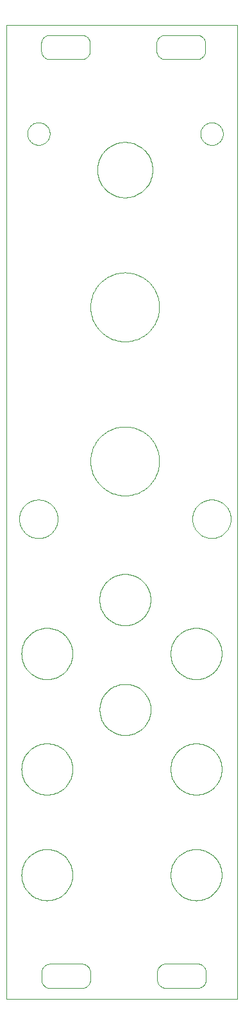
<source format=gbr>
%TF.GenerationSoftware,KiCad,Pcbnew,8.0.5*%
%TF.CreationDate,2025-05-30T00:10:04-07:00*%
%TF.ProjectId,JawariLegio_FrontPanel,4a617761-7269-44c6-9567-696f5f46726f,rev?*%
%TF.SameCoordinates,Original*%
%TF.FileFunction,Profile,NP*%
%FSLAX46Y46*%
G04 Gerber Fmt 4.6, Leading zero omitted, Abs format (unit mm)*
G04 Created by KiCad (PCBNEW 8.0.5) date 2025-05-30 00:10:04*
%MOMM*%
%LPD*%
G01*
G04 APERTURE LIST*
%TA.AperFunction,Profile*%
%ADD10C,0.100000*%
%TD*%
G04 APERTURE END LIST*
D10*
X45313271Y-143823280D02*
X45370421Y-143827626D01*
X45426741Y-143834782D01*
X45482159Y-143844679D01*
X45536605Y-143857245D01*
X45590007Y-143872410D01*
X45642296Y-143890103D01*
X45693401Y-143910252D01*
X45743250Y-143932789D01*
X45791774Y-143957641D01*
X45838900Y-143984739D01*
X45884560Y-144014010D01*
X45928681Y-144045386D01*
X45971194Y-144078794D01*
X46012027Y-144114165D01*
X46051111Y-144151427D01*
X46088373Y-144190510D01*
X46123744Y-144231344D01*
X46157152Y-144273856D01*
X46188527Y-144317978D01*
X46217799Y-144363637D01*
X46244897Y-144410764D01*
X46269749Y-144459287D01*
X46292285Y-144509136D01*
X46312435Y-144560240D01*
X46330128Y-144612529D01*
X46345293Y-144665931D01*
X46357859Y-144720377D01*
X46367755Y-144775794D01*
X46374912Y-144832114D01*
X46379258Y-144889264D01*
X46380722Y-144947174D01*
X46380722Y-145899666D01*
X46379258Y-145957577D01*
X46374912Y-146014728D01*
X46367755Y-146071048D01*
X46357859Y-146126466D01*
X46345293Y-146180912D01*
X46330128Y-146234315D01*
X46312435Y-146286604D01*
X46292285Y-146337708D01*
X46269749Y-146387558D01*
X46244897Y-146436081D01*
X46217799Y-146483208D01*
X46188527Y-146528868D01*
X46157152Y-146572990D01*
X46123744Y-146615503D01*
X46088373Y-146656336D01*
X46051111Y-146695419D01*
X46012027Y-146732682D01*
X45971194Y-146768053D01*
X45928681Y-146801461D01*
X45884560Y-146832837D01*
X45838900Y-146862109D01*
X45791774Y-146889206D01*
X45743250Y-146914058D01*
X45693401Y-146936595D01*
X45642296Y-146956745D01*
X45590007Y-146974438D01*
X45536605Y-146989602D01*
X45482159Y-147002169D01*
X45426741Y-147012065D01*
X45370421Y-147019222D01*
X45313271Y-147023568D01*
X45255360Y-147025032D01*
X41067888Y-147025032D01*
X41009977Y-147023568D01*
X40952827Y-147019222D01*
X40896507Y-147012065D01*
X40841089Y-147002169D01*
X40786643Y-146989602D01*
X40733241Y-146974438D01*
X40680952Y-146956745D01*
X40629847Y-146936595D01*
X40579998Y-146914058D01*
X40531475Y-146889206D01*
X40484348Y-146862109D01*
X40438689Y-146832837D01*
X40394567Y-146801461D01*
X40352055Y-146768053D01*
X40311221Y-146732682D01*
X40272138Y-146695419D01*
X40234876Y-146656336D01*
X40199506Y-146615503D01*
X40166097Y-146572990D01*
X40134722Y-146528868D01*
X40105450Y-146483208D01*
X40078353Y-146436081D01*
X40053501Y-146387558D01*
X40030964Y-146337708D01*
X40010814Y-146286604D01*
X39993122Y-146234315D01*
X39977957Y-146180912D01*
X39965391Y-146126466D01*
X39955494Y-146071048D01*
X39948338Y-146014728D01*
X39943992Y-145957577D01*
X39942528Y-145899666D01*
X39942528Y-144947174D01*
X39943992Y-144889264D01*
X39948338Y-144832114D01*
X39955494Y-144775794D01*
X39965391Y-144720377D01*
X39977957Y-144665931D01*
X39993122Y-144612529D01*
X40010814Y-144560240D01*
X40030964Y-144509136D01*
X40053501Y-144459287D01*
X40078353Y-144410764D01*
X40105450Y-144363637D01*
X40134722Y-144317978D01*
X40166097Y-144273856D01*
X40199506Y-144231344D01*
X40234876Y-144190510D01*
X40272138Y-144151427D01*
X40311221Y-144114165D01*
X40352055Y-144078794D01*
X40394567Y-144045386D01*
X40438689Y-144014010D01*
X40484348Y-143984739D01*
X40531475Y-143957641D01*
X40579998Y-143932789D01*
X40629847Y-143910252D01*
X40680952Y-143890103D01*
X40733241Y-143872410D01*
X40786643Y-143857245D01*
X40841089Y-143844679D01*
X40896507Y-143834782D01*
X40952827Y-143827626D01*
X41009977Y-143823280D01*
X41067888Y-143821815D01*
X45255360Y-143821815D01*
X45313271Y-143823280D01*
X45259760Y-99552595D02*
X45431212Y-99565633D01*
X45600171Y-99587103D01*
X45766426Y-99616793D01*
X45929763Y-99654491D01*
X46089971Y-99699985D01*
X46246838Y-99753063D01*
X46400151Y-99813512D01*
X46549699Y-99881122D01*
X46695269Y-99955678D01*
X46836649Y-100036970D01*
X46973627Y-100124786D01*
X47105992Y-100218912D01*
X47233530Y-100319137D01*
X47356029Y-100425249D01*
X47473279Y-100537036D01*
X47585065Y-100654285D01*
X47691177Y-100776785D01*
X47791402Y-100904323D01*
X47885528Y-101036687D01*
X47973344Y-101173666D01*
X48054635Y-101315046D01*
X48129192Y-101460616D01*
X48196801Y-101610164D01*
X48257251Y-101763477D01*
X48310328Y-101920343D01*
X48355822Y-102080551D01*
X48393520Y-102243888D01*
X48423210Y-102410143D01*
X48444680Y-102579102D01*
X48457718Y-102750553D01*
X48462111Y-102924286D01*
X48457718Y-103098019D01*
X48444680Y-103269471D01*
X48423210Y-103438431D01*
X48393520Y-103604686D01*
X48355822Y-103768023D01*
X48310328Y-103928232D01*
X48257251Y-104085099D01*
X48196801Y-104238413D01*
X48129192Y-104387961D01*
X48054635Y-104533531D01*
X47973344Y-104674912D01*
X47885528Y-104811890D01*
X47791402Y-104944255D01*
X47691177Y-105071793D01*
X47585065Y-105194293D01*
X47473279Y-105311543D01*
X47356029Y-105423329D01*
X47233530Y-105529442D01*
X47105992Y-105629667D01*
X46973627Y-105723793D01*
X46836649Y-105811609D01*
X46695269Y-105892901D01*
X46549699Y-105967458D01*
X46400151Y-106035067D01*
X46246838Y-106095517D01*
X46089971Y-106148594D01*
X45929763Y-106194089D01*
X45766426Y-106231787D01*
X45600171Y-106261477D01*
X45431212Y-106282947D01*
X45259760Y-106295984D01*
X45086027Y-106300377D01*
X44912295Y-106295984D01*
X44740843Y-106282947D01*
X44571883Y-106261477D01*
X44405629Y-106231787D01*
X44242292Y-106194089D01*
X44082084Y-106148594D01*
X43925218Y-106095517D01*
X43771904Y-106035067D01*
X43622357Y-105967458D01*
X43476787Y-105892901D01*
X43335407Y-105811609D01*
X43198428Y-105723793D01*
X43066064Y-105629667D01*
X42938526Y-105529442D01*
X42816027Y-105423329D01*
X42698777Y-105311543D01*
X42586991Y-105194293D01*
X42480879Y-105071793D01*
X42380654Y-104944255D01*
X42286528Y-104811890D01*
X42198713Y-104674912D01*
X42117421Y-104533531D01*
X42042864Y-104387961D01*
X41975255Y-104238413D01*
X41914806Y-104085099D01*
X41861728Y-103928232D01*
X41816234Y-103768023D01*
X41778536Y-103604686D01*
X41748846Y-103438431D01*
X41727376Y-103269471D01*
X41714339Y-103098019D01*
X41709946Y-102924286D01*
X41714339Y-102750553D01*
X41727376Y-102579102D01*
X41748846Y-102410143D01*
X41778536Y-102243888D01*
X41816234Y-102080551D01*
X41861728Y-101920343D01*
X41914806Y-101763477D01*
X41975255Y-101610164D01*
X42042864Y-101460616D01*
X42117421Y-101315046D01*
X42198713Y-101173666D01*
X42286528Y-101036687D01*
X42380654Y-100904323D01*
X42480879Y-100776785D01*
X42586991Y-100654285D01*
X42698777Y-100537036D01*
X42816027Y-100425249D01*
X42938526Y-100319137D01*
X43066064Y-100218912D01*
X43198428Y-100124786D01*
X43335407Y-100036970D01*
X43476787Y-99955678D01*
X43622357Y-99881122D01*
X43771904Y-99813512D01*
X43925218Y-99753063D01*
X44082084Y-99699985D01*
X44242292Y-99654491D01*
X44405629Y-99616793D01*
X44571883Y-99587103D01*
X44740843Y-99565633D01*
X44912295Y-99552595D01*
X45086027Y-99548203D01*
X45259760Y-99552595D01*
X24348567Y-32871613D02*
X24423991Y-32877348D01*
X24498319Y-32886793D01*
X24571457Y-32899854D01*
X24643312Y-32916438D01*
X24713790Y-32936452D01*
X24782798Y-32959802D01*
X24850243Y-32986394D01*
X24916032Y-33016137D01*
X24980071Y-33048935D01*
X25042266Y-33084697D01*
X25102525Y-33123328D01*
X25160754Y-33164736D01*
X25216860Y-33208826D01*
X25270750Y-33255507D01*
X25322330Y-33304684D01*
X25371507Y-33356263D01*
X25418187Y-33410153D01*
X25462278Y-33466259D01*
X25503685Y-33524488D01*
X25542317Y-33584747D01*
X25578078Y-33646943D01*
X25610877Y-33710981D01*
X25640619Y-33776770D01*
X25667212Y-33844215D01*
X25690562Y-33913223D01*
X25710575Y-33983701D01*
X25727159Y-34055556D01*
X25740220Y-34128694D01*
X25749665Y-34203022D01*
X25755401Y-34278447D01*
X25757333Y-34354875D01*
X25755401Y-34431303D01*
X25749665Y-34506727D01*
X25740220Y-34581055D01*
X25727159Y-34654193D01*
X25710575Y-34726048D01*
X25690562Y-34796526D01*
X25667212Y-34865534D01*
X25640619Y-34932979D01*
X25610877Y-34998768D01*
X25578078Y-35062807D01*
X25542317Y-35125002D01*
X25503685Y-35185261D01*
X25462278Y-35243490D01*
X25418187Y-35299596D01*
X25371507Y-35353486D01*
X25322330Y-35405066D01*
X25270750Y-35454242D01*
X25216860Y-35500923D01*
X25160754Y-35545013D01*
X25102525Y-35586421D01*
X25042266Y-35625052D01*
X24980071Y-35660814D01*
X24916032Y-35693613D01*
X24850243Y-35723355D01*
X24782798Y-35749948D01*
X24713790Y-35773297D01*
X24643312Y-35793311D01*
X24571457Y-35809895D01*
X24498319Y-35822956D01*
X24423991Y-35832401D01*
X24348567Y-35838136D01*
X24272139Y-35840069D01*
X24195711Y-35838136D01*
X24120286Y-35832401D01*
X24045958Y-35822956D01*
X23972820Y-35809895D01*
X23900965Y-35793311D01*
X23830487Y-35773297D01*
X23761479Y-35749948D01*
X23694034Y-35723355D01*
X23628246Y-35693613D01*
X23564207Y-35660814D01*
X23502011Y-35625052D01*
X23441752Y-35586421D01*
X23383523Y-35545013D01*
X23327417Y-35500923D01*
X23273528Y-35454242D01*
X23221948Y-35405066D01*
X23172771Y-35353486D01*
X23126091Y-35299596D01*
X23082000Y-35243490D01*
X23040592Y-35185261D01*
X23001961Y-35125002D01*
X22966199Y-35062807D01*
X22933401Y-34998768D01*
X22903658Y-34932979D01*
X22877066Y-34865534D01*
X22853716Y-34796526D01*
X22833702Y-34726048D01*
X22817118Y-34654193D01*
X22804057Y-34581055D01*
X22794612Y-34506727D01*
X22788877Y-34431303D01*
X22786944Y-34354875D01*
X22788877Y-34278447D01*
X22794612Y-34203022D01*
X22804057Y-34128694D01*
X22817118Y-34055556D01*
X22833702Y-33983701D01*
X22853716Y-33913223D01*
X22877066Y-33844215D01*
X22903658Y-33776770D01*
X22933401Y-33710981D01*
X22966199Y-33646943D01*
X23001961Y-33584747D01*
X23040592Y-33524488D01*
X23082000Y-33466259D01*
X23126091Y-33410153D01*
X23172771Y-33356263D01*
X23221948Y-33304684D01*
X23273528Y-33255507D01*
X23327417Y-33208826D01*
X23383523Y-33164736D01*
X23441752Y-33123328D01*
X23502011Y-33084697D01*
X23564207Y-33048935D01*
X23628246Y-33016137D01*
X23694034Y-32986394D01*
X23761479Y-32959802D01*
X23830487Y-32936452D01*
X23900965Y-32916438D01*
X23972820Y-32899854D01*
X24045958Y-32886793D01*
X24120286Y-32877348D01*
X24195711Y-32871613D01*
X24272139Y-32869680D01*
X24348567Y-32871613D01*
X30006244Y-21338839D02*
X30063394Y-21343185D01*
X30119714Y-21350342D01*
X30175132Y-21360238D01*
X30229578Y-21372804D01*
X30282981Y-21387969D01*
X30335270Y-21405662D01*
X30386374Y-21425811D01*
X30436224Y-21448348D01*
X30484747Y-21473200D01*
X30531874Y-21500297D01*
X30577533Y-21529569D01*
X30621655Y-21560944D01*
X30664167Y-21594353D01*
X30705000Y-21629723D01*
X30744084Y-21666986D01*
X30781346Y-21706069D01*
X30816716Y-21746902D01*
X30850125Y-21789415D01*
X30881500Y-21833536D01*
X30910772Y-21879195D01*
X30937869Y-21926322D01*
X30962721Y-21974846D01*
X30985258Y-22024695D01*
X31005408Y-22075799D01*
X31023100Y-22128088D01*
X31038265Y-22181491D01*
X31050831Y-22235937D01*
X31060728Y-22291355D01*
X31067884Y-22347674D01*
X31072230Y-22404825D01*
X31073694Y-22462736D01*
X31073694Y-23415236D01*
X31072230Y-23473147D01*
X31067884Y-23530298D01*
X31060728Y-23586618D01*
X31050831Y-23642036D01*
X31038265Y-23696481D01*
X31023100Y-23749884D01*
X31005408Y-23802173D01*
X30985258Y-23853278D01*
X30962721Y-23903127D01*
X30937869Y-23951650D01*
X30910772Y-23998777D01*
X30881500Y-24044436D01*
X30850125Y-24088558D01*
X30816716Y-24131070D01*
X30781346Y-24171903D01*
X30744084Y-24210987D01*
X30705000Y-24248249D01*
X30664167Y-24283619D01*
X30621655Y-24317028D01*
X30577533Y-24348403D01*
X30531874Y-24377675D01*
X30484747Y-24404772D01*
X30436224Y-24429624D01*
X30386374Y-24452161D01*
X30335270Y-24472310D01*
X30282981Y-24490003D01*
X30229578Y-24505168D01*
X30175132Y-24517734D01*
X30119714Y-24527630D01*
X30063394Y-24534787D01*
X30006244Y-24539133D01*
X29948333Y-24540597D01*
X25760861Y-24540597D01*
X25702950Y-24539133D01*
X25645799Y-24534787D01*
X25589480Y-24527630D01*
X25534061Y-24517734D01*
X25479616Y-24505168D01*
X25426213Y-24490003D01*
X25373924Y-24472310D01*
X25322820Y-24452161D01*
X25272970Y-24429624D01*
X25224447Y-24404772D01*
X25177320Y-24377675D01*
X25131661Y-24348403D01*
X25087540Y-24317028D01*
X25045027Y-24283619D01*
X25004194Y-24248249D01*
X24965111Y-24210987D01*
X24927848Y-24171903D01*
X24892478Y-24131070D01*
X24859069Y-24088558D01*
X24827694Y-24044436D01*
X24798422Y-23998777D01*
X24771325Y-23951650D01*
X24746473Y-23903127D01*
X24723936Y-23853278D01*
X24703787Y-23802173D01*
X24686094Y-23749884D01*
X24670929Y-23696481D01*
X24658363Y-23642036D01*
X24648467Y-23586618D01*
X24641310Y-23530298D01*
X24636964Y-23473147D01*
X24635500Y-23415236D01*
X24635500Y-22462736D01*
X24636964Y-22404825D01*
X24641310Y-22347674D01*
X24648467Y-22291355D01*
X24658363Y-22235937D01*
X24670929Y-22181491D01*
X24686094Y-22128088D01*
X24703787Y-22075799D01*
X24723936Y-22024695D01*
X24746473Y-21974846D01*
X24771325Y-21926322D01*
X24798422Y-21879195D01*
X24827694Y-21833536D01*
X24859069Y-21789415D01*
X24892478Y-21746902D01*
X24927848Y-21706069D01*
X24965111Y-21666986D01*
X25004194Y-21629723D01*
X25045027Y-21594353D01*
X25087540Y-21560944D01*
X25131661Y-21529569D01*
X25177320Y-21500297D01*
X25224447Y-21473200D01*
X25272970Y-21448348D01*
X25322820Y-21425811D01*
X25373924Y-21405662D01*
X25426213Y-21387969D01*
X25479616Y-21372804D01*
X25534061Y-21360238D01*
X25589480Y-21350342D01*
X25645799Y-21343185D01*
X25702950Y-21338839D01*
X25760861Y-21337375D01*
X29948333Y-21337375D01*
X30006244Y-21338839D01*
X45232134Y-21338839D02*
X45289284Y-21343185D01*
X45345604Y-21350342D01*
X45401022Y-21360238D01*
X45455468Y-21372804D01*
X45508871Y-21387969D01*
X45561160Y-21405662D01*
X45612264Y-21425811D01*
X45662113Y-21448348D01*
X45710637Y-21473200D01*
X45757764Y-21500297D01*
X45803423Y-21529569D01*
X45847545Y-21560944D01*
X45890057Y-21594353D01*
X45930891Y-21629723D01*
X45969974Y-21666986D01*
X46007236Y-21706069D01*
X46042607Y-21746902D01*
X46076015Y-21789415D01*
X46107391Y-21833536D01*
X46136663Y-21879195D01*
X46163760Y-21926322D01*
X46188612Y-21974846D01*
X46211149Y-22024695D01*
X46231298Y-22075799D01*
X46248991Y-22128088D01*
X46264156Y-22181491D01*
X46276722Y-22235937D01*
X46286619Y-22291355D01*
X46293775Y-22347674D01*
X46298121Y-22404825D01*
X46299585Y-22462736D01*
X46299585Y-23415236D01*
X46298121Y-23473147D01*
X46293775Y-23530298D01*
X46286619Y-23586618D01*
X46276722Y-23642036D01*
X46264156Y-23696481D01*
X46248991Y-23749884D01*
X46231298Y-23802173D01*
X46211149Y-23853278D01*
X46188612Y-23903127D01*
X46163760Y-23951650D01*
X46136663Y-23998777D01*
X46107391Y-24044436D01*
X46076015Y-24088558D01*
X46042607Y-24131070D01*
X46007236Y-24171903D01*
X45969974Y-24210987D01*
X45930891Y-24248249D01*
X45890057Y-24283619D01*
X45847545Y-24317028D01*
X45803423Y-24348403D01*
X45757764Y-24377675D01*
X45710637Y-24404772D01*
X45662113Y-24429624D01*
X45612264Y-24452161D01*
X45561160Y-24472310D01*
X45508871Y-24490003D01*
X45455468Y-24505168D01*
X45401022Y-24517734D01*
X45345604Y-24527630D01*
X45289284Y-24534787D01*
X45232134Y-24539133D01*
X45174223Y-24540597D01*
X40986750Y-24540597D01*
X40928839Y-24539133D01*
X40871688Y-24534787D01*
X40815368Y-24527630D01*
X40759950Y-24517734D01*
X40705505Y-24505168D01*
X40652102Y-24490003D01*
X40599813Y-24472310D01*
X40548709Y-24452161D01*
X40498859Y-24429624D01*
X40450336Y-24404772D01*
X40403209Y-24377675D01*
X40357550Y-24348403D01*
X40313429Y-24317028D01*
X40270916Y-24283619D01*
X40230083Y-24248249D01*
X40191000Y-24210987D01*
X40153738Y-24171903D01*
X40118367Y-24131070D01*
X40084959Y-24088558D01*
X40053583Y-24044436D01*
X40024311Y-23998777D01*
X39997214Y-23951650D01*
X39972362Y-23903127D01*
X39949826Y-23853278D01*
X39929676Y-23802173D01*
X39911983Y-23749884D01*
X39896819Y-23696481D01*
X39884253Y-23642036D01*
X39874356Y-23586618D01*
X39867199Y-23530298D01*
X39862853Y-23473147D01*
X39861389Y-23415236D01*
X39861389Y-22462736D01*
X39862853Y-22404825D01*
X39867199Y-22347674D01*
X39874356Y-22291355D01*
X39884253Y-22235937D01*
X39896819Y-22181491D01*
X39911983Y-22128088D01*
X39929676Y-22075799D01*
X39949826Y-22024695D01*
X39972362Y-21974846D01*
X39997214Y-21926322D01*
X40024311Y-21879195D01*
X40053583Y-21833536D01*
X40084959Y-21789415D01*
X40118367Y-21746902D01*
X40153738Y-21706069D01*
X40191000Y-21666986D01*
X40230083Y-21629723D01*
X40270916Y-21594353D01*
X40313429Y-21560944D01*
X40357550Y-21529569D01*
X40403209Y-21500297D01*
X40450336Y-21473200D01*
X40498859Y-21448348D01*
X40548709Y-21425811D01*
X40599813Y-21405662D01*
X40652102Y-21387969D01*
X40705505Y-21372804D01*
X40759950Y-21360238D01*
X40815368Y-21350342D01*
X40871688Y-21343185D01*
X40928839Y-21338839D01*
X40986750Y-21337375D01*
X45174223Y-21337375D01*
X45232134Y-21338839D01*
X35861761Y-92440596D02*
X36033213Y-92453633D01*
X36202172Y-92475103D01*
X36368427Y-92504793D01*
X36531764Y-92542491D01*
X36691972Y-92587985D01*
X36848839Y-92641062D01*
X37002152Y-92701512D01*
X37151700Y-92769121D01*
X37297270Y-92843677D01*
X37438650Y-92924969D01*
X37575629Y-93012784D01*
X37707993Y-93106910D01*
X37835531Y-93207135D01*
X37958030Y-93313247D01*
X38075280Y-93425034D01*
X38187066Y-93542283D01*
X38293178Y-93664782D01*
X38393403Y-93792320D01*
X38487530Y-93924684D01*
X38575345Y-94061663D01*
X38656637Y-94203043D01*
X38731193Y-94348613D01*
X38798802Y-94498161D01*
X38859252Y-94651474D01*
X38912330Y-94808341D01*
X38957824Y-94968549D01*
X38995522Y-95131887D01*
X39025212Y-95298141D01*
X39046681Y-95467101D01*
X39059719Y-95638553D01*
X39064112Y-95812286D01*
X39059719Y-95986019D01*
X39046681Y-96157472D01*
X39025212Y-96326431D01*
X38995522Y-96492686D01*
X38957824Y-96656023D01*
X38912330Y-96816232D01*
X38859252Y-96973099D01*
X38798802Y-97126412D01*
X38731193Y-97275960D01*
X38656637Y-97421530D01*
X38575345Y-97562910D01*
X38487530Y-97699888D01*
X38393403Y-97832252D01*
X38293178Y-97959790D01*
X38187066Y-98082290D01*
X38075280Y-98199539D01*
X37958030Y-98311326D01*
X37835531Y-98417438D01*
X37707993Y-98517663D01*
X37575629Y-98611789D01*
X37438650Y-98699604D01*
X37297270Y-98780895D01*
X37151700Y-98855452D01*
X37002152Y-98923061D01*
X36848839Y-98983510D01*
X36691972Y-99036588D01*
X36531764Y-99082082D01*
X36368427Y-99119780D01*
X36202172Y-99149470D01*
X36033213Y-99170939D01*
X35861761Y-99183977D01*
X35688028Y-99188370D01*
X35514295Y-99183977D01*
X35342843Y-99170939D01*
X35173884Y-99149470D01*
X35007630Y-99119780D01*
X34844292Y-99082082D01*
X34684084Y-99036588D01*
X34527217Y-98983510D01*
X34373904Y-98923061D01*
X34224356Y-98855452D01*
X34078786Y-98780895D01*
X33937406Y-98699604D01*
X33800428Y-98611789D01*
X33668063Y-98517663D01*
X33540525Y-98417438D01*
X33418026Y-98311326D01*
X33300777Y-98199539D01*
X33188990Y-98082290D01*
X33082878Y-97959790D01*
X32982653Y-97832252D01*
X32888527Y-97699888D01*
X32800712Y-97562910D01*
X32719420Y-97421530D01*
X32644863Y-97275960D01*
X32577254Y-97126412D01*
X32516805Y-96973099D01*
X32463727Y-96816232D01*
X32418233Y-96656023D01*
X32380535Y-96492686D01*
X32350845Y-96326431D01*
X32329375Y-96157472D01*
X32316338Y-95986019D01*
X32311945Y-95812286D01*
X32316338Y-95638553D01*
X32329375Y-95467101D01*
X32350845Y-95298141D01*
X32380535Y-95131887D01*
X32418233Y-94968549D01*
X32463727Y-94808341D01*
X32516805Y-94651474D01*
X32577254Y-94498161D01*
X32644863Y-94348613D01*
X32719420Y-94203043D01*
X32800712Y-94061663D01*
X32888527Y-93924684D01*
X32982653Y-93792320D01*
X33082878Y-93664782D01*
X33188990Y-93542283D01*
X33300777Y-93425034D01*
X33418026Y-93313247D01*
X33540525Y-93207135D01*
X33668063Y-93106910D01*
X33800428Y-93012784D01*
X33937406Y-92924969D01*
X34078786Y-92843677D01*
X34224356Y-92769121D01*
X34373904Y-92701512D01*
X34527217Y-92641062D01*
X34684084Y-92587985D01*
X34844292Y-92542491D01*
X35007630Y-92504793D01*
X35173884Y-92475103D01*
X35342843Y-92453633D01*
X35514295Y-92440596D01*
X35688028Y-92436203D01*
X35861761Y-92440596D01*
X45259760Y-114782019D02*
X45431212Y-114795056D01*
X45600171Y-114816526D01*
X45766426Y-114846216D01*
X45929763Y-114883914D01*
X46089971Y-114929408D01*
X46246838Y-114982485D01*
X46400151Y-115042935D01*
X46549699Y-115110544D01*
X46695269Y-115185100D01*
X46836649Y-115266392D01*
X46973627Y-115354207D01*
X47105992Y-115448333D01*
X47233530Y-115548558D01*
X47356029Y-115654670D01*
X47473279Y-115766457D01*
X47585065Y-115883706D01*
X47691177Y-116006205D01*
X47791402Y-116133743D01*
X47885528Y-116266107D01*
X47973344Y-116403086D01*
X48054635Y-116544466D01*
X48129192Y-116690036D01*
X48196801Y-116839584D01*
X48257251Y-116992897D01*
X48310328Y-117149764D01*
X48355822Y-117309972D01*
X48393520Y-117473310D01*
X48423210Y-117639564D01*
X48444680Y-117808524D01*
X48457718Y-117979976D01*
X48462111Y-118153709D01*
X48457718Y-118327443D01*
X48444680Y-118498895D01*
X48423210Y-118667854D01*
X48393520Y-118834109D01*
X48355822Y-118997446D01*
X48310328Y-119157655D01*
X48257251Y-119314522D01*
X48196801Y-119467835D01*
X48129192Y-119617383D01*
X48054635Y-119762953D01*
X47973344Y-119904333D01*
X47885528Y-120041311D01*
X47791402Y-120173675D01*
X47691177Y-120301213D01*
X47585065Y-120423713D01*
X47473279Y-120540962D01*
X47356029Y-120652749D01*
X47233530Y-120758861D01*
X47105992Y-120859086D01*
X46973627Y-120953212D01*
X46836649Y-121041027D01*
X46695269Y-121122318D01*
X46549699Y-121196875D01*
X46400151Y-121264484D01*
X46246838Y-121324933D01*
X46089971Y-121378011D01*
X45929763Y-121423505D01*
X45766426Y-121461203D01*
X45600171Y-121490893D01*
X45431212Y-121512362D01*
X45259760Y-121525400D01*
X45086027Y-121529793D01*
X44912295Y-121525400D01*
X44740843Y-121512362D01*
X44571883Y-121490893D01*
X44405629Y-121461203D01*
X44242292Y-121423505D01*
X44082084Y-121378011D01*
X43925218Y-121324933D01*
X43771904Y-121264484D01*
X43622357Y-121196875D01*
X43476787Y-121122318D01*
X43335407Y-121041027D01*
X43198428Y-120953212D01*
X43066064Y-120859086D01*
X42938526Y-120758861D01*
X42816027Y-120652749D01*
X42698777Y-120540962D01*
X42586991Y-120423713D01*
X42480879Y-120301213D01*
X42380654Y-120173675D01*
X42286528Y-120041311D01*
X42198713Y-119904333D01*
X42117421Y-119762953D01*
X42042864Y-119617383D01*
X41975255Y-119467835D01*
X41914806Y-119314522D01*
X41861728Y-119157655D01*
X41816234Y-118997446D01*
X41778536Y-118834109D01*
X41748846Y-118667854D01*
X41727376Y-118498895D01*
X41714339Y-118327443D01*
X41709946Y-118153709D01*
X41714339Y-117979976D01*
X41727376Y-117808524D01*
X41748846Y-117639564D01*
X41778536Y-117473310D01*
X41816234Y-117309972D01*
X41861728Y-117149764D01*
X41914806Y-116992897D01*
X41975255Y-116839584D01*
X42042864Y-116690036D01*
X42117421Y-116544466D01*
X42198713Y-116403086D01*
X42286528Y-116266107D01*
X42380654Y-116133743D01*
X42480879Y-116006205D01*
X42586991Y-115883706D01*
X42698777Y-115766457D01*
X42816027Y-115654670D01*
X42938526Y-115548558D01*
X43066064Y-115448333D01*
X43198428Y-115354207D01*
X43335407Y-115266392D01*
X43476787Y-115185100D01*
X43622357Y-115110544D01*
X43771904Y-115042935D01*
X43925218Y-114982485D01*
X44082084Y-114929408D01*
X44242292Y-114883914D01*
X44405629Y-114846216D01*
X44571883Y-114816526D01*
X44740843Y-114795056D01*
X44912295Y-114782019D01*
X45086027Y-114777626D01*
X45259760Y-114782019D01*
X24395791Y-82628767D02*
X24524784Y-82638575D01*
X24651900Y-82654728D01*
X24776982Y-82677065D01*
X24899869Y-82705427D01*
X25020402Y-82739655D01*
X25138421Y-82779588D01*
X25253766Y-82825067D01*
X25366279Y-82875933D01*
X25475798Y-82932026D01*
X25582166Y-82993186D01*
X25685222Y-83059253D01*
X25784806Y-83130069D01*
X25880759Y-83205473D01*
X25972922Y-83285307D01*
X26061135Y-83369410D01*
X26145238Y-83457622D01*
X26225071Y-83549785D01*
X26300476Y-83645738D01*
X26371292Y-83745322D01*
X26437359Y-83848378D01*
X26498519Y-83954745D01*
X26554612Y-84064265D01*
X26605478Y-84176777D01*
X26650957Y-84292123D01*
X26690890Y-84410141D01*
X26725118Y-84530674D01*
X26753480Y-84653561D01*
X26775817Y-84778642D01*
X26791970Y-84905759D01*
X26801779Y-85034751D01*
X26805084Y-85165459D01*
X26801779Y-85296167D01*
X26791970Y-85425160D01*
X26775817Y-85552277D01*
X26753480Y-85677359D01*
X26725118Y-85800246D01*
X26690890Y-85920779D01*
X26650957Y-86038798D01*
X26605478Y-86154144D01*
X26554612Y-86266656D01*
X26498519Y-86376176D01*
X26437359Y-86482544D01*
X26371292Y-86585600D01*
X26300476Y-86685184D01*
X26225071Y-86781137D01*
X26145238Y-86873300D01*
X26061135Y-86961513D01*
X25972922Y-87045615D01*
X25880759Y-87125449D01*
X25784806Y-87200853D01*
X25685222Y-87271669D01*
X25582166Y-87337736D01*
X25475798Y-87398896D01*
X25366279Y-87454989D01*
X25253766Y-87505854D01*
X25138421Y-87551334D01*
X25020402Y-87591267D01*
X24899869Y-87625494D01*
X24776982Y-87653856D01*
X24651900Y-87676193D01*
X24524784Y-87692346D01*
X24395791Y-87702155D01*
X24265083Y-87705460D01*
X24134375Y-87702155D01*
X24005383Y-87692346D01*
X23878266Y-87676193D01*
X23753185Y-87653856D01*
X23630298Y-87625494D01*
X23509765Y-87591267D01*
X23391746Y-87551334D01*
X23276401Y-87505854D01*
X23163888Y-87454989D01*
X23054369Y-87398896D01*
X22948001Y-87337736D01*
X22844945Y-87271669D01*
X22745361Y-87200853D01*
X22649408Y-87125449D01*
X22557245Y-87045615D01*
X22469032Y-86961513D01*
X22384929Y-86873300D01*
X22305096Y-86781137D01*
X22229691Y-86685184D01*
X22158876Y-86585600D01*
X22092808Y-86482544D01*
X22031648Y-86376176D01*
X21975555Y-86266656D01*
X21924689Y-86154144D01*
X21879210Y-86038798D01*
X21839277Y-85920779D01*
X21805049Y-85800246D01*
X21776687Y-85677359D01*
X21754350Y-85552277D01*
X21738197Y-85425160D01*
X21728389Y-85296167D01*
X21725083Y-85165459D01*
X21728389Y-85034751D01*
X21738197Y-84905759D01*
X21754350Y-84778642D01*
X21776687Y-84653561D01*
X21805049Y-84530674D01*
X21839277Y-84410141D01*
X21879210Y-84292123D01*
X21924689Y-84176777D01*
X21975555Y-84064265D01*
X22031648Y-83954745D01*
X22092808Y-83848378D01*
X22158876Y-83745322D01*
X22229691Y-83645738D01*
X22305096Y-83549785D01*
X22384929Y-83457622D01*
X22469032Y-83369410D01*
X22557245Y-83285307D01*
X22649408Y-83205473D01*
X22745361Y-83130069D01*
X22844945Y-83059253D01*
X22948001Y-82993186D01*
X23054369Y-82932026D01*
X23163888Y-82875933D01*
X23276401Y-82825067D01*
X23391746Y-82779588D01*
X23509765Y-82739655D01*
X23630298Y-82705427D01*
X23753185Y-82677065D01*
X23878266Y-82654728D01*
X24005383Y-82638575D01*
X24134375Y-82628767D01*
X24265083Y-82625462D01*
X24395791Y-82628767D01*
X25567705Y-99552595D02*
X25739157Y-99565633D01*
X25908117Y-99587103D01*
X26074371Y-99616793D01*
X26237708Y-99654491D01*
X26397916Y-99699985D01*
X26554783Y-99753063D01*
X26708096Y-99813512D01*
X26857644Y-99881122D01*
X27003214Y-99955678D01*
X27144594Y-100036970D01*
X27281573Y-100124786D01*
X27413937Y-100218912D01*
X27541475Y-100319137D01*
X27663975Y-100425249D01*
X27781224Y-100537036D01*
X27893010Y-100654285D01*
X27999122Y-100776785D01*
X28099348Y-100904323D01*
X28193474Y-101036687D01*
X28281289Y-101173666D01*
X28362581Y-101315046D01*
X28437137Y-101460616D01*
X28504746Y-101610164D01*
X28565196Y-101763477D01*
X28618274Y-101920343D01*
X28663768Y-102080551D01*
X28701466Y-102243888D01*
X28731156Y-102410143D01*
X28752625Y-102579102D01*
X28765663Y-102750553D01*
X28770056Y-102924286D01*
X28765663Y-103098019D01*
X28752625Y-103269471D01*
X28731156Y-103438431D01*
X28701466Y-103604686D01*
X28663768Y-103768023D01*
X28618274Y-103928232D01*
X28565196Y-104085099D01*
X28504746Y-104238413D01*
X28437137Y-104387961D01*
X28362581Y-104533531D01*
X28281289Y-104674912D01*
X28193474Y-104811890D01*
X28099348Y-104944255D01*
X27999122Y-105071793D01*
X27893010Y-105194293D01*
X27781224Y-105311543D01*
X27663975Y-105423329D01*
X27541475Y-105529442D01*
X27413937Y-105629667D01*
X27281573Y-105723793D01*
X27144594Y-105811609D01*
X27003214Y-105892901D01*
X26857644Y-105967458D01*
X26708096Y-106035067D01*
X26554783Y-106095517D01*
X26397916Y-106148594D01*
X26237708Y-106194089D01*
X26074371Y-106231787D01*
X25908117Y-106261477D01*
X25739157Y-106282947D01*
X25567705Y-106295984D01*
X25393972Y-106300377D01*
X25220240Y-106295984D01*
X25048787Y-106282947D01*
X24879828Y-106261477D01*
X24713574Y-106231787D01*
X24550237Y-106194089D01*
X24390028Y-106148594D01*
X24233162Y-106095517D01*
X24079848Y-106035067D01*
X23930301Y-105967458D01*
X23784731Y-105892901D01*
X23643350Y-105811609D01*
X23506372Y-105723793D01*
X23374008Y-105629667D01*
X23246470Y-105529442D01*
X23123970Y-105423329D01*
X23006721Y-105311543D01*
X22894934Y-105194293D01*
X22788822Y-105071793D01*
X22688597Y-104944255D01*
X22594471Y-104811890D01*
X22506656Y-104674912D01*
X22425364Y-104533531D01*
X22350807Y-104387961D01*
X22283198Y-104238413D01*
X22222749Y-104085099D01*
X22169671Y-103928232D01*
X22124177Y-103768023D01*
X22086479Y-103604686D01*
X22056789Y-103438431D01*
X22035319Y-103269471D01*
X22022282Y-103098019D01*
X22017889Y-102924286D01*
X22022282Y-102750553D01*
X22035319Y-102579102D01*
X22056789Y-102410143D01*
X22086479Y-102243888D01*
X22124177Y-102080551D01*
X22169671Y-101920343D01*
X22222749Y-101763477D01*
X22283198Y-101610164D01*
X22350807Y-101460616D01*
X22425364Y-101315046D01*
X22506656Y-101173666D01*
X22594471Y-101036687D01*
X22688597Y-100904323D01*
X22788822Y-100776785D01*
X22894934Y-100654285D01*
X23006721Y-100537036D01*
X23123970Y-100425249D01*
X23246470Y-100319137D01*
X23374008Y-100218912D01*
X23506372Y-100124786D01*
X23643350Y-100036970D01*
X23784731Y-99955678D01*
X23930301Y-99881122D01*
X24079848Y-99813512D01*
X24233162Y-99753063D01*
X24390028Y-99699985D01*
X24550237Y-99654491D01*
X24713574Y-99616793D01*
X24879828Y-99587103D01*
X25048787Y-99565633D01*
X25220240Y-99552595D01*
X25393972Y-99548203D01*
X25567705Y-99552595D01*
X30037994Y-143844444D02*
X30095145Y-143848790D01*
X30151465Y-143855946D01*
X30206883Y-143865843D01*
X30261329Y-143878409D01*
X30314731Y-143893574D01*
X30367020Y-143911266D01*
X30418125Y-143931416D01*
X30467974Y-143953953D01*
X30516497Y-143978805D01*
X30563624Y-144005903D01*
X30609283Y-144035174D01*
X30653405Y-144066550D01*
X30695917Y-144099958D01*
X30736751Y-144135329D01*
X30775834Y-144172591D01*
X30813096Y-144211674D01*
X30848467Y-144252508D01*
X30881875Y-144295020D01*
X30913250Y-144339142D01*
X30942522Y-144384801D01*
X30969619Y-144431928D01*
X30994471Y-144480451D01*
X31017008Y-144530300D01*
X31037157Y-144581404D01*
X31054850Y-144633693D01*
X31070015Y-144687095D01*
X31082581Y-144741540D01*
X31092477Y-144796958D01*
X31099634Y-144853277D01*
X31103980Y-144910428D01*
X31105444Y-144968338D01*
X31105444Y-145920837D01*
X31103980Y-145978748D01*
X31099634Y-146035898D01*
X31092477Y-146092217D01*
X31082581Y-146147635D01*
X31070015Y-146202080D01*
X31054850Y-146255483D01*
X31037157Y-146307771D01*
X31017008Y-146358876D01*
X30994471Y-146408725D01*
X30969619Y-146457248D01*
X30942522Y-146504375D01*
X30913250Y-146550034D01*
X30881875Y-146594155D01*
X30848467Y-146636668D01*
X30813096Y-146677501D01*
X30775834Y-146716584D01*
X30736751Y-146753846D01*
X30695917Y-146789217D01*
X30653405Y-146822626D01*
X30609283Y-146854001D01*
X30563624Y-146883273D01*
X30516497Y-146910370D01*
X30467974Y-146935223D01*
X30418125Y-146957759D01*
X30367020Y-146977909D01*
X30314731Y-146995602D01*
X30261329Y-147010766D01*
X30206883Y-147023332D01*
X30151465Y-147033229D01*
X30095145Y-147040386D01*
X30037994Y-147044732D01*
X29980083Y-147046196D01*
X25792611Y-147046196D01*
X25734700Y-147044732D01*
X25677549Y-147040386D01*
X25621230Y-147033229D01*
X25565812Y-147023332D01*
X25511366Y-147010766D01*
X25457963Y-146995602D01*
X25405674Y-146977909D01*
X25354570Y-146957759D01*
X25304720Y-146935223D01*
X25256197Y-146910370D01*
X25209070Y-146883273D01*
X25163411Y-146854001D01*
X25119289Y-146822626D01*
X25076777Y-146789217D01*
X25035943Y-146753846D01*
X24996860Y-146716584D01*
X24959598Y-146677501D01*
X24924228Y-146636668D01*
X24890819Y-146594155D01*
X24859444Y-146550034D01*
X24830172Y-146504375D01*
X24803075Y-146457248D01*
X24778223Y-146408725D01*
X24755686Y-146358876D01*
X24735536Y-146307771D01*
X24717844Y-146255483D01*
X24702679Y-146202080D01*
X24690113Y-146147635D01*
X24680216Y-146092217D01*
X24673060Y-146035898D01*
X24668714Y-145978748D01*
X24667250Y-145920837D01*
X24667250Y-144968338D01*
X24668714Y-144910428D01*
X24673060Y-144853277D01*
X24680216Y-144796958D01*
X24690113Y-144741540D01*
X24702679Y-144687095D01*
X24717844Y-144633693D01*
X24735536Y-144581404D01*
X24755686Y-144530300D01*
X24778223Y-144480451D01*
X24803075Y-144431928D01*
X24830172Y-144384801D01*
X24859444Y-144339142D01*
X24890819Y-144295020D01*
X24924228Y-144252508D01*
X24959598Y-144211674D01*
X24996860Y-144172591D01*
X25035943Y-144135329D01*
X25076777Y-144099958D01*
X25119289Y-144066550D01*
X25163411Y-144035174D01*
X25209070Y-144005903D01*
X25256197Y-143978805D01*
X25304720Y-143953953D01*
X25354570Y-143931416D01*
X25405674Y-143911266D01*
X25457963Y-143893574D01*
X25511366Y-143878409D01*
X25565812Y-143865843D01*
X25621230Y-143855946D01*
X25677549Y-143848790D01*
X25734700Y-143844444D01*
X25792611Y-143842979D01*
X29980083Y-143842979D01*
X30037994Y-143844444D01*
X35865337Y-35467349D02*
X36050763Y-35481449D01*
X36233494Y-35504668D01*
X36413299Y-35536778D01*
X36589949Y-35577549D01*
X36763214Y-35626751D01*
X36932867Y-35684155D01*
X37098676Y-35749531D01*
X37260412Y-35822650D01*
X37417847Y-35903284D01*
X37570750Y-35991201D01*
X37718893Y-36086174D01*
X37862046Y-36187971D01*
X37999979Y-36296365D01*
X38132463Y-36411126D01*
X38259268Y-36532024D01*
X38380166Y-36658829D01*
X38494927Y-36791313D01*
X38603321Y-36929246D01*
X38705119Y-37072399D01*
X38800091Y-37220541D01*
X38888009Y-37373445D01*
X38968642Y-37530879D01*
X39041762Y-37692616D01*
X39107138Y-37858425D01*
X39164542Y-38028077D01*
X39213744Y-38201343D01*
X39254515Y-38377993D01*
X39286625Y-38557798D01*
X39309844Y-38740528D01*
X39323944Y-38925955D01*
X39328695Y-39113848D01*
X39323944Y-39301741D01*
X39309844Y-39487167D01*
X39286625Y-39669897D01*
X39254515Y-39849702D01*
X39213744Y-40026352D01*
X39164542Y-40199617D01*
X39107138Y-40369270D01*
X39041762Y-40535079D01*
X38968642Y-40696815D01*
X38888009Y-40854250D01*
X38800091Y-41007153D01*
X38705119Y-41155296D01*
X38603321Y-41298448D01*
X38494927Y-41436381D01*
X38380166Y-41568865D01*
X38259268Y-41695671D01*
X38132463Y-41816568D01*
X37999979Y-41931329D01*
X37862046Y-42039723D01*
X37718893Y-42141521D01*
X37570750Y-42236493D01*
X37417847Y-42324411D01*
X37260412Y-42405044D01*
X37098676Y-42478163D01*
X36932867Y-42543540D01*
X36763214Y-42600944D01*
X36589949Y-42650146D01*
X36413299Y-42690916D01*
X36233494Y-42723026D01*
X36050763Y-42746246D01*
X35865337Y-42760346D01*
X35677444Y-42765097D01*
X35489551Y-42760346D01*
X35304125Y-42746246D01*
X35121395Y-42723026D01*
X34941590Y-42690916D01*
X34764940Y-42650146D01*
X34591674Y-42600944D01*
X34422022Y-42543540D01*
X34256212Y-42478163D01*
X34094476Y-42405044D01*
X33937041Y-42324411D01*
X33784138Y-42236493D01*
X33635995Y-42141521D01*
X33492842Y-42039723D01*
X33354910Y-41931329D01*
X33222426Y-41816568D01*
X33095620Y-41695671D01*
X32974722Y-41568865D01*
X32859962Y-41436381D01*
X32751568Y-41298448D01*
X32649770Y-41155296D01*
X32554797Y-41007153D01*
X32466880Y-40854250D01*
X32386246Y-40696815D01*
X32313127Y-40535079D01*
X32247750Y-40369270D01*
X32190347Y-40199617D01*
X32141145Y-40026352D01*
X32100374Y-39849702D01*
X32068264Y-39669897D01*
X32045045Y-39487167D01*
X32030945Y-39301741D01*
X32026194Y-39113848D01*
X32030945Y-38925955D01*
X32045045Y-38740528D01*
X32068264Y-38557798D01*
X32100374Y-38377993D01*
X32141145Y-38201343D01*
X32190347Y-38028077D01*
X32247750Y-37858425D01*
X32313127Y-37692616D01*
X32386246Y-37530879D01*
X32466880Y-37373445D01*
X32554797Y-37220541D01*
X32649770Y-37072399D01*
X32751568Y-36929246D01*
X32859962Y-36791313D01*
X32974722Y-36658829D01*
X33095620Y-36532024D01*
X33222426Y-36411126D01*
X33354910Y-36296365D01*
X33492842Y-36187971D01*
X33635995Y-36086174D01*
X33784138Y-35991201D01*
X33937041Y-35903284D01*
X34094476Y-35822650D01*
X34256212Y-35749531D01*
X34422022Y-35684155D01*
X34591674Y-35626751D01*
X34764940Y-35577549D01*
X34941590Y-35536778D01*
X35121395Y-35504668D01*
X35304125Y-35481449D01*
X35489551Y-35467349D01*
X35677444Y-35462598D01*
X35865337Y-35467349D01*
X50480002Y-148499649D02*
X20000000Y-148499649D01*
X20000000Y-20000347D01*
X50480002Y-20000347D01*
X50480002Y-148499649D01*
X25567705Y-128720259D02*
X25739157Y-128733296D01*
X25908117Y-128754766D01*
X26074371Y-128784456D01*
X26237708Y-128822154D01*
X26397916Y-128867648D01*
X26554783Y-128920726D01*
X26708096Y-128981176D01*
X26857644Y-129048785D01*
X27003214Y-129123342D01*
X27144594Y-129204634D01*
X27281573Y-129292449D01*
X27413937Y-129386575D01*
X27541475Y-129486801D01*
X27663975Y-129592913D01*
X27781224Y-129704700D01*
X27893010Y-129821949D01*
X27999122Y-129944449D01*
X28099348Y-130071987D01*
X28193474Y-130204351D01*
X28281289Y-130341329D01*
X28362581Y-130482709D01*
X28437137Y-130628279D01*
X28504746Y-130777827D01*
X28565196Y-130931140D01*
X28618274Y-131088007D01*
X28663768Y-131248215D01*
X28701466Y-131411552D01*
X28731156Y-131577806D01*
X28752625Y-131746765D01*
X28765663Y-131918217D01*
X28770056Y-132091949D01*
X28765663Y-132265683D01*
X28752625Y-132437135D01*
X28731156Y-132606095D01*
X28701466Y-132772349D01*
X28663768Y-132935687D01*
X28618274Y-133095895D01*
X28565196Y-133252763D01*
X28504746Y-133406076D01*
X28437137Y-133555624D01*
X28362581Y-133701195D01*
X28281289Y-133842575D01*
X28193474Y-133979554D01*
X28099348Y-134111918D01*
X27999122Y-134239457D01*
X27893010Y-134361957D01*
X27781224Y-134479206D01*
X27663975Y-134590993D01*
X27541475Y-134697105D01*
X27413937Y-134797331D01*
X27281573Y-134891457D01*
X27144594Y-134979272D01*
X27003214Y-135060564D01*
X26857644Y-135135121D01*
X26708096Y-135202730D01*
X26554783Y-135263180D01*
X26397916Y-135316258D01*
X26237708Y-135361752D01*
X26074371Y-135399450D01*
X25908117Y-135429140D01*
X25739157Y-135450610D01*
X25567705Y-135463648D01*
X25393972Y-135468040D01*
X25220240Y-135463648D01*
X25048787Y-135450610D01*
X24879828Y-135429140D01*
X24713574Y-135399450D01*
X24550237Y-135361752D01*
X24390028Y-135316258D01*
X24233162Y-135263180D01*
X24079848Y-135202730D01*
X23930301Y-135135121D01*
X23784731Y-135060564D01*
X23643350Y-134979272D01*
X23506372Y-134891457D01*
X23374008Y-134797331D01*
X23246470Y-134697105D01*
X23123970Y-134590993D01*
X23006721Y-134479206D01*
X22894934Y-134361957D01*
X22788822Y-134239457D01*
X22688597Y-134111918D01*
X22594471Y-133979554D01*
X22506656Y-133842575D01*
X22425364Y-133701195D01*
X22350807Y-133555624D01*
X22283198Y-133406076D01*
X22222749Y-133252763D01*
X22169671Y-133095895D01*
X22124177Y-132935687D01*
X22086479Y-132772349D01*
X22056789Y-132606095D01*
X22035319Y-132437135D01*
X22022282Y-132265683D01*
X22017889Y-132091949D01*
X22022282Y-131918217D01*
X22035319Y-131746765D01*
X22056789Y-131577806D01*
X22086479Y-131411552D01*
X22124177Y-131248215D01*
X22169671Y-131088007D01*
X22222749Y-130931140D01*
X22283198Y-130777827D01*
X22350807Y-130628279D01*
X22425364Y-130482709D01*
X22506656Y-130341329D01*
X22594471Y-130204351D01*
X22688597Y-130071987D01*
X22788822Y-129944449D01*
X22894934Y-129821949D01*
X23006721Y-129704700D01*
X23123970Y-129592913D01*
X23246470Y-129486801D01*
X23374008Y-129386575D01*
X23506372Y-129292449D01*
X23643350Y-129204634D01*
X23784731Y-129123342D01*
X23930301Y-129048785D01*
X24079848Y-128981176D01*
X24233162Y-128920726D01*
X24390028Y-128867648D01*
X24550237Y-128822154D01*
X24713574Y-128784456D01*
X24879828Y-128754766D01*
X25048787Y-128733296D01*
X25220240Y-128720259D01*
X25393972Y-128715866D01*
X25567705Y-128720259D01*
X35911267Y-72993484D02*
X36142019Y-73011031D01*
X36369417Y-73039926D01*
X36593174Y-73079885D01*
X36813005Y-73130622D01*
X37028625Y-73191851D01*
X37239747Y-73263287D01*
X37446088Y-73344644D01*
X37647360Y-73435637D01*
X37843278Y-73535981D01*
X38033558Y-73645389D01*
X38217913Y-73763577D01*
X38396059Y-73890259D01*
X38567709Y-74025149D01*
X38732578Y-74167962D01*
X38890380Y-74318413D01*
X39040831Y-74476215D01*
X39183644Y-74641084D01*
X39318534Y-74812734D01*
X39445216Y-74990879D01*
X39563404Y-75175235D01*
X39672812Y-75365514D01*
X39773156Y-75561433D01*
X39864149Y-75762705D01*
X39945507Y-75969046D01*
X40016943Y-76180168D01*
X40078172Y-76395788D01*
X40128908Y-76615619D01*
X40168867Y-76839376D01*
X40197763Y-77066774D01*
X40215310Y-77297527D01*
X40221222Y-77531349D01*
X40215310Y-77765172D01*
X40197763Y-77995925D01*
X40168867Y-78223323D01*
X40128908Y-78447081D01*
X40078172Y-78666912D01*
X40016943Y-78882532D01*
X39945507Y-79093655D01*
X39864149Y-79299995D01*
X39773156Y-79501268D01*
X39672812Y-79697187D01*
X39563404Y-79887466D01*
X39445216Y-80071822D01*
X39318534Y-80249967D01*
X39183644Y-80421617D01*
X39040831Y-80586486D01*
X38890380Y-80744289D01*
X38732578Y-80894740D01*
X38567709Y-81037553D01*
X38396059Y-81172443D01*
X38217913Y-81299125D01*
X38033558Y-81417313D01*
X37843278Y-81526721D01*
X37647360Y-81627065D01*
X37446088Y-81718058D01*
X37239747Y-81799415D01*
X37028625Y-81870851D01*
X36813005Y-81932080D01*
X36593174Y-81982817D01*
X36369417Y-82022776D01*
X36142019Y-82051671D01*
X35911267Y-82069218D01*
X35677444Y-82075130D01*
X35443622Y-82069218D01*
X35212870Y-82051671D01*
X34985472Y-82022776D01*
X34761715Y-81982817D01*
X34541883Y-81932080D01*
X34326264Y-81870851D01*
X34115141Y-81799415D01*
X33908801Y-81718058D01*
X33707529Y-81627065D01*
X33511610Y-81526721D01*
X33321330Y-81417313D01*
X33136975Y-81299125D01*
X32958829Y-81172443D01*
X32787179Y-81037553D01*
X32622310Y-80894740D01*
X32464508Y-80744289D01*
X32314057Y-80586486D01*
X32171244Y-80421617D01*
X32036354Y-80249967D01*
X31909672Y-80071822D01*
X31791484Y-79887466D01*
X31682076Y-79697187D01*
X31581732Y-79501268D01*
X31490739Y-79299995D01*
X31409381Y-79093655D01*
X31337945Y-78882532D01*
X31276716Y-78666912D01*
X31225979Y-78447081D01*
X31186021Y-78223323D01*
X31157125Y-77995925D01*
X31139578Y-77765172D01*
X31133666Y-77531349D01*
X31139578Y-77297527D01*
X31157125Y-77066774D01*
X31186021Y-76839376D01*
X31225979Y-76615619D01*
X31276716Y-76395788D01*
X31337945Y-76180168D01*
X31409381Y-75969046D01*
X31490739Y-75762705D01*
X31581732Y-75561433D01*
X31682076Y-75365514D01*
X31791484Y-75175235D01*
X31909672Y-74990879D01*
X32036354Y-74812734D01*
X32171244Y-74641084D01*
X32314057Y-74476215D01*
X32464508Y-74318413D01*
X32622310Y-74167962D01*
X32787179Y-74025149D01*
X32958829Y-73890259D01*
X33136975Y-73763577D01*
X33321330Y-73645389D01*
X33511610Y-73535981D01*
X33707529Y-73435637D01*
X33908801Y-73344644D01*
X34115141Y-73263287D01*
X34326264Y-73191851D01*
X34541883Y-73130622D01*
X34761715Y-73079885D01*
X34985472Y-73039926D01*
X35212870Y-73011031D01*
X35443622Y-72993484D01*
X35677444Y-72987572D01*
X35911267Y-72993484D01*
X45259760Y-128720259D02*
X45431212Y-128733296D01*
X45600171Y-128754766D01*
X45766426Y-128784456D01*
X45929763Y-128822154D01*
X46089971Y-128867648D01*
X46246838Y-128920726D01*
X46400151Y-128981176D01*
X46549699Y-129048785D01*
X46695269Y-129123342D01*
X46836649Y-129204634D01*
X46973627Y-129292449D01*
X47105992Y-129386575D01*
X47233530Y-129486801D01*
X47356029Y-129592913D01*
X47473279Y-129704700D01*
X47585065Y-129821949D01*
X47691177Y-129944449D01*
X47791402Y-130071987D01*
X47885528Y-130204351D01*
X47973344Y-130341329D01*
X48054635Y-130482709D01*
X48129192Y-130628279D01*
X48196801Y-130777827D01*
X48257251Y-130931140D01*
X48310328Y-131088007D01*
X48355822Y-131248215D01*
X48393520Y-131411552D01*
X48423210Y-131577806D01*
X48444680Y-131746765D01*
X48457718Y-131918217D01*
X48462111Y-132091949D01*
X48457718Y-132265683D01*
X48444680Y-132437135D01*
X48423210Y-132606095D01*
X48393520Y-132772349D01*
X48355822Y-132935687D01*
X48310328Y-133095895D01*
X48257251Y-133252763D01*
X48196801Y-133406076D01*
X48129192Y-133555624D01*
X48054635Y-133701195D01*
X47973344Y-133842575D01*
X47885528Y-133979554D01*
X47791402Y-134111918D01*
X47691177Y-134239457D01*
X47585065Y-134361957D01*
X47473279Y-134479206D01*
X47356029Y-134590993D01*
X47233530Y-134697105D01*
X47105992Y-134797331D01*
X46973627Y-134891457D01*
X46836649Y-134979272D01*
X46695269Y-135060564D01*
X46549699Y-135135121D01*
X46400151Y-135202730D01*
X46246838Y-135263180D01*
X46089971Y-135316258D01*
X45929763Y-135361752D01*
X45766426Y-135399450D01*
X45600171Y-135429140D01*
X45431212Y-135450610D01*
X45259760Y-135463648D01*
X45086027Y-135468040D01*
X44912295Y-135463648D01*
X44740843Y-135450610D01*
X44571883Y-135429140D01*
X44405629Y-135399450D01*
X44242292Y-135361752D01*
X44082084Y-135316258D01*
X43925218Y-135263180D01*
X43771904Y-135202730D01*
X43622357Y-135135121D01*
X43476787Y-135060564D01*
X43335407Y-134979272D01*
X43198428Y-134891457D01*
X43066064Y-134797331D01*
X42938526Y-134697105D01*
X42816027Y-134590993D01*
X42698777Y-134479206D01*
X42586991Y-134361957D01*
X42480879Y-134239457D01*
X42380654Y-134111918D01*
X42286528Y-133979554D01*
X42198713Y-133842575D01*
X42117421Y-133701195D01*
X42042864Y-133555624D01*
X41975255Y-133406076D01*
X41914806Y-133252763D01*
X41861728Y-133095895D01*
X41816234Y-132935687D01*
X41778536Y-132772349D01*
X41748846Y-132606095D01*
X41727376Y-132437135D01*
X41714339Y-132265683D01*
X41709946Y-132091949D01*
X41714339Y-131918217D01*
X41727376Y-131746765D01*
X41748846Y-131577806D01*
X41778536Y-131411552D01*
X41816234Y-131248215D01*
X41861728Y-131088007D01*
X41914806Y-130931140D01*
X41975255Y-130777827D01*
X42042864Y-130628279D01*
X42117421Y-130482709D01*
X42198713Y-130341329D01*
X42286528Y-130204351D01*
X42380654Y-130071987D01*
X42480879Y-129944449D01*
X42586991Y-129821949D01*
X42698777Y-129704700D01*
X42816027Y-129592913D01*
X42938526Y-129486801D01*
X43066064Y-129386575D01*
X43198428Y-129292449D01*
X43335407Y-129204634D01*
X43476787Y-129123342D01*
X43622357Y-129048785D01*
X43771904Y-128981176D01*
X43925218Y-128920726D01*
X44082084Y-128867648D01*
X44242292Y-128822154D01*
X44405629Y-128784456D01*
X44571883Y-128754766D01*
X44740843Y-128733296D01*
X44912295Y-128720259D01*
X45086027Y-128715866D01*
X45259760Y-128720259D01*
X35886456Y-106939764D02*
X36057908Y-106952802D01*
X36226867Y-106974271D01*
X36393121Y-107003961D01*
X36556459Y-107041659D01*
X36716667Y-107087153D01*
X36873533Y-107140231D01*
X37026847Y-107200680D01*
X37176394Y-107268289D01*
X37321965Y-107342846D01*
X37463345Y-107424137D01*
X37600323Y-107511952D01*
X37732687Y-107606079D01*
X37860225Y-107706304D01*
X37982725Y-107812415D01*
X38099974Y-107924202D01*
X38211761Y-108041451D01*
X38317873Y-108163951D01*
X38418098Y-108291489D01*
X38512224Y-108423853D01*
X38600039Y-108560831D01*
X38681331Y-108702211D01*
X38755888Y-108847781D01*
X38823497Y-108997329D01*
X38883946Y-109150643D01*
X38937024Y-109307510D01*
X38982518Y-109467718D01*
X39020216Y-109631055D01*
X39049906Y-109797310D01*
X39071376Y-109966269D01*
X39084413Y-110137722D01*
X39088806Y-110311455D01*
X39084413Y-110485188D01*
X39071376Y-110656640D01*
X39049906Y-110825600D01*
X39020216Y-110991854D01*
X38982518Y-111155192D01*
X38937024Y-111315400D01*
X38883946Y-111472267D01*
X38823497Y-111625580D01*
X38755888Y-111775128D01*
X38681331Y-111920698D01*
X38600039Y-112062078D01*
X38512224Y-112199057D01*
X38418098Y-112331421D01*
X38317873Y-112458959D01*
X38211761Y-112581458D01*
X38099974Y-112698708D01*
X37982725Y-112810494D01*
X37860225Y-112916606D01*
X37732687Y-113016831D01*
X37600323Y-113110957D01*
X37463345Y-113198772D01*
X37321965Y-113280064D01*
X37176394Y-113354620D01*
X37026847Y-113422229D01*
X36873533Y-113482679D01*
X36716667Y-113535756D01*
X36556459Y-113581250D01*
X36393121Y-113618948D01*
X36226867Y-113648638D01*
X36057908Y-113670108D01*
X35886456Y-113683145D01*
X35712723Y-113687538D01*
X35538990Y-113683145D01*
X35367538Y-113670108D01*
X35198578Y-113648638D01*
X35032324Y-113618948D01*
X34868987Y-113581250D01*
X34708779Y-113535756D01*
X34551912Y-113482679D01*
X34398598Y-113422229D01*
X34249051Y-113354620D01*
X34103481Y-113280064D01*
X33962100Y-113198772D01*
X33825122Y-113110957D01*
X33692758Y-113016831D01*
X33565220Y-112916606D01*
X33442720Y-112810494D01*
X33325471Y-112698708D01*
X33213684Y-112581458D01*
X33107572Y-112458959D01*
X33007347Y-112331421D01*
X32913221Y-112199057D01*
X32825406Y-112062078D01*
X32744114Y-111920698D01*
X32669558Y-111775128D01*
X32601949Y-111625580D01*
X32541499Y-111472267D01*
X32488421Y-111315400D01*
X32442927Y-111155192D01*
X32405229Y-110991854D01*
X32375539Y-110825600D01*
X32354070Y-110656640D01*
X32341032Y-110485188D01*
X32336639Y-110311455D01*
X32341032Y-110137722D01*
X32354070Y-109966269D01*
X32375539Y-109797310D01*
X32405229Y-109631055D01*
X32442927Y-109467718D01*
X32488421Y-109307510D01*
X32541499Y-109150643D01*
X32601949Y-108997329D01*
X32669558Y-108847781D01*
X32744114Y-108702211D01*
X32825406Y-108560831D01*
X32913221Y-108423853D01*
X33007347Y-108291489D01*
X33107572Y-108163951D01*
X33213684Y-108041451D01*
X33325471Y-107924202D01*
X33442720Y-107812415D01*
X33565220Y-107706304D01*
X33692758Y-107606079D01*
X33825122Y-107511952D01*
X33962100Y-107424137D01*
X34103481Y-107342846D01*
X34249051Y-107268289D01*
X34398598Y-107200680D01*
X34551912Y-107140231D01*
X34708779Y-107087153D01*
X34868987Y-107041659D01*
X35032324Y-107003961D01*
X35198578Y-106974271D01*
X35367538Y-106952802D01*
X35538990Y-106939764D01*
X35712723Y-106935371D01*
X35886456Y-106939764D01*
X25567705Y-114782019D02*
X25739157Y-114795056D01*
X25908117Y-114816526D01*
X26074371Y-114846216D01*
X26237708Y-114883914D01*
X26397916Y-114929408D01*
X26554783Y-114982485D01*
X26708096Y-115042935D01*
X26857644Y-115110544D01*
X27003214Y-115185100D01*
X27144594Y-115266392D01*
X27281573Y-115354207D01*
X27413937Y-115448333D01*
X27541475Y-115548558D01*
X27663975Y-115654670D01*
X27781224Y-115766457D01*
X27893010Y-115883706D01*
X27999122Y-116006205D01*
X28099348Y-116133743D01*
X28193474Y-116266107D01*
X28281289Y-116403086D01*
X28362581Y-116544466D01*
X28437137Y-116690036D01*
X28504746Y-116839584D01*
X28565196Y-116992897D01*
X28618274Y-117149764D01*
X28663768Y-117309972D01*
X28701466Y-117473310D01*
X28731156Y-117639564D01*
X28752625Y-117808524D01*
X28765663Y-117979976D01*
X28770056Y-118153709D01*
X28765663Y-118327443D01*
X28752625Y-118498895D01*
X28731156Y-118667854D01*
X28701466Y-118834109D01*
X28663768Y-118997446D01*
X28618274Y-119157655D01*
X28565196Y-119314522D01*
X28504746Y-119467835D01*
X28437137Y-119617383D01*
X28362581Y-119762953D01*
X28281289Y-119904333D01*
X28193474Y-120041311D01*
X28099348Y-120173675D01*
X27999122Y-120301213D01*
X27893010Y-120423713D01*
X27781224Y-120540962D01*
X27663975Y-120652749D01*
X27541475Y-120758861D01*
X27413937Y-120859086D01*
X27281573Y-120953212D01*
X27144594Y-121041027D01*
X27003214Y-121122318D01*
X26857644Y-121196875D01*
X26708096Y-121264484D01*
X26554783Y-121324933D01*
X26397916Y-121378011D01*
X26237708Y-121423505D01*
X26074371Y-121461203D01*
X25908117Y-121490893D01*
X25739157Y-121512362D01*
X25567705Y-121525400D01*
X25393972Y-121529793D01*
X25220240Y-121525400D01*
X25048787Y-121512362D01*
X24879828Y-121490893D01*
X24713574Y-121461203D01*
X24550237Y-121423505D01*
X24390028Y-121378011D01*
X24233162Y-121324933D01*
X24079848Y-121264484D01*
X23930301Y-121196875D01*
X23784731Y-121122318D01*
X23643350Y-121041027D01*
X23506372Y-120953212D01*
X23374008Y-120859086D01*
X23246470Y-120758861D01*
X23123970Y-120652749D01*
X23006721Y-120540962D01*
X22894934Y-120423713D01*
X22788822Y-120301213D01*
X22688597Y-120173675D01*
X22594471Y-120041311D01*
X22506656Y-119904333D01*
X22425364Y-119762953D01*
X22350807Y-119617383D01*
X22283198Y-119467835D01*
X22222749Y-119314522D01*
X22169671Y-119157655D01*
X22124177Y-118997446D01*
X22086479Y-118834109D01*
X22056789Y-118667854D01*
X22035319Y-118498895D01*
X22022282Y-118327443D01*
X22017889Y-118153709D01*
X22022282Y-117979976D01*
X22035319Y-117808524D01*
X22056789Y-117639564D01*
X22086479Y-117473310D01*
X22124177Y-117309972D01*
X22169671Y-117149764D01*
X22222749Y-116992897D01*
X22283198Y-116839584D01*
X22350807Y-116690036D01*
X22425364Y-116544466D01*
X22506656Y-116403086D01*
X22594471Y-116266107D01*
X22688597Y-116133743D01*
X22788822Y-116006205D01*
X22894934Y-115883706D01*
X23006721Y-115766457D01*
X23123970Y-115654670D01*
X23246470Y-115548558D01*
X23374008Y-115448333D01*
X23506372Y-115354207D01*
X23643350Y-115266392D01*
X23784731Y-115185100D01*
X23930301Y-115110544D01*
X24079848Y-115042935D01*
X24233162Y-114982485D01*
X24390028Y-114929408D01*
X24550237Y-114883914D01*
X24713574Y-114846216D01*
X24879828Y-114816526D01*
X25048787Y-114795056D01*
X25220240Y-114782019D01*
X25393972Y-114777626D01*
X25567705Y-114782019D01*
X47215622Y-32878668D02*
X47291047Y-32884404D01*
X47365375Y-32893848D01*
X47438513Y-32906910D01*
X47510368Y-32923494D01*
X47580846Y-32943507D01*
X47649854Y-32966857D01*
X47717299Y-32993450D01*
X47783088Y-33023192D01*
X47847126Y-33055991D01*
X47909322Y-33091752D01*
X47969581Y-33130384D01*
X48027810Y-33171791D01*
X48083916Y-33215882D01*
X48137806Y-33262562D01*
X48189386Y-33311739D01*
X48238562Y-33363319D01*
X48285243Y-33417209D01*
X48329334Y-33473315D01*
X48370741Y-33531544D01*
X48409373Y-33591803D01*
X48445134Y-33653998D01*
X48477933Y-33718037D01*
X48507675Y-33783826D01*
X48534268Y-33851271D01*
X48557618Y-33920279D01*
X48577632Y-33990757D01*
X48594216Y-34062612D01*
X48607277Y-34135750D01*
X48616722Y-34210078D01*
X48622457Y-34285502D01*
X48624390Y-34361930D01*
X48622457Y-34438358D01*
X48616722Y-34513782D01*
X48607277Y-34588110D01*
X48594216Y-34661248D01*
X48577632Y-34733103D01*
X48557618Y-34803581D01*
X48534268Y-34872590D01*
X48507675Y-34940035D01*
X48477933Y-35005823D01*
X48445134Y-35069862D01*
X48409373Y-35132057D01*
X48370741Y-35192316D01*
X48329334Y-35250545D01*
X48285243Y-35306651D01*
X48238562Y-35360541D01*
X48189386Y-35412121D01*
X48137806Y-35461298D01*
X48083916Y-35507978D01*
X48027810Y-35552069D01*
X47969581Y-35593476D01*
X47909322Y-35632108D01*
X47847126Y-35667869D01*
X47783088Y-35700668D01*
X47717299Y-35730410D01*
X47649854Y-35757003D01*
X47580846Y-35780353D01*
X47510368Y-35800366D01*
X47438513Y-35816950D01*
X47365375Y-35830011D01*
X47291047Y-35839456D01*
X47215622Y-35845192D01*
X47139194Y-35847124D01*
X47062767Y-35845192D01*
X46987342Y-35839456D01*
X46913014Y-35830011D01*
X46839876Y-35816950D01*
X46768022Y-35800366D01*
X46697543Y-35780353D01*
X46628535Y-35757003D01*
X46561090Y-35730410D01*
X46495302Y-35700668D01*
X46431263Y-35667869D01*
X46369068Y-35632108D01*
X46308809Y-35593476D01*
X46250580Y-35552069D01*
X46194474Y-35507978D01*
X46140584Y-35461298D01*
X46089004Y-35412121D01*
X46039828Y-35360541D01*
X45993147Y-35306651D01*
X45949057Y-35250545D01*
X45907649Y-35192316D01*
X45869018Y-35132057D01*
X45833256Y-35069862D01*
X45800457Y-35005823D01*
X45770715Y-34940035D01*
X45744122Y-34872590D01*
X45720773Y-34803581D01*
X45700759Y-34733103D01*
X45684175Y-34661248D01*
X45671114Y-34588110D01*
X45661669Y-34513782D01*
X45655934Y-34438358D01*
X45654001Y-34361930D01*
X45655934Y-34285502D01*
X45661669Y-34210078D01*
X45671114Y-34135750D01*
X45684175Y-34062612D01*
X45700759Y-33990757D01*
X45720773Y-33920279D01*
X45744122Y-33851271D01*
X45770715Y-33783826D01*
X45800457Y-33718037D01*
X45833256Y-33653998D01*
X45869018Y-33591803D01*
X45907649Y-33531544D01*
X45949057Y-33473315D01*
X45993147Y-33417209D01*
X46039828Y-33363319D01*
X46089004Y-33311739D01*
X46140584Y-33262562D01*
X46194474Y-33215882D01*
X46250580Y-33171791D01*
X46308809Y-33130384D01*
X46369068Y-33091752D01*
X46431263Y-33055991D01*
X46495302Y-33023192D01*
X46561090Y-32993450D01*
X46628535Y-32966857D01*
X46697543Y-32943507D01*
X46768022Y-32923494D01*
X46839876Y-32906910D01*
X46913014Y-32893848D01*
X46987342Y-32884404D01*
X47062767Y-32878668D01*
X47139194Y-32876736D01*
X47215622Y-32878668D01*
X47259320Y-82611124D02*
X47388312Y-82620932D01*
X47515429Y-82637085D01*
X47640511Y-82659422D01*
X47763397Y-82687784D01*
X47883930Y-82722012D01*
X48001949Y-82761945D01*
X48117294Y-82807424D01*
X48229807Y-82858289D01*
X48339326Y-82914382D01*
X48445694Y-82975542D01*
X48548750Y-83041609D01*
X48648334Y-83112425D01*
X48744287Y-83187830D01*
X48836450Y-83267663D01*
X48924663Y-83351766D01*
X49008765Y-83439978D01*
X49088599Y-83532141D01*
X49164003Y-83628094D01*
X49234819Y-83727678D01*
X49300887Y-83830734D01*
X49362047Y-83937102D01*
X49418140Y-84046622D01*
X49469006Y-84159134D01*
X49514485Y-84274480D01*
X49554418Y-84392499D01*
X49588646Y-84513032D01*
X49617008Y-84635919D01*
X49639345Y-84761001D01*
X49655498Y-84888118D01*
X49665306Y-85017111D01*
X49668612Y-85147820D01*
X49665306Y-85278527D01*
X49655498Y-85407519D01*
X49639345Y-85534636D01*
X49617008Y-85659717D01*
X49588646Y-85782604D01*
X49554418Y-85903137D01*
X49514485Y-86021155D01*
X49469006Y-86136500D01*
X49418140Y-86249013D01*
X49362047Y-86358532D01*
X49300887Y-86464899D01*
X49234819Y-86567955D01*
X49164003Y-86667539D01*
X49088599Y-86763492D01*
X49008765Y-86855654D01*
X48924663Y-86943867D01*
X48836450Y-87027969D01*
X48744287Y-87107802D01*
X48648334Y-87183207D01*
X48548750Y-87254022D01*
X48445694Y-87320090D01*
X48339326Y-87381250D01*
X48229807Y-87437342D01*
X48117294Y-87488208D01*
X48001949Y-87533687D01*
X47883930Y-87573620D01*
X47763397Y-87607847D01*
X47640511Y-87636209D01*
X47515429Y-87658546D01*
X47388312Y-87674699D01*
X47259320Y-87684508D01*
X47128613Y-87687813D01*
X46997904Y-87684508D01*
X46868912Y-87674699D01*
X46741796Y-87658546D01*
X46616714Y-87636209D01*
X46493827Y-87607847D01*
X46373294Y-87573620D01*
X46255275Y-87533687D01*
X46139930Y-87488208D01*
X46027418Y-87437342D01*
X45917898Y-87381250D01*
X45811530Y-87320090D01*
X45708475Y-87254022D01*
X45608890Y-87183207D01*
X45512937Y-87107802D01*
X45420774Y-87027969D01*
X45332562Y-86943867D01*
X45248459Y-86855654D01*
X45168626Y-86763492D01*
X45093221Y-86667539D01*
X45022405Y-86567955D01*
X44956338Y-86464899D01*
X44895178Y-86358532D01*
X44839085Y-86249013D01*
X44788219Y-86136500D01*
X44742740Y-86021155D01*
X44702807Y-85903137D01*
X44668579Y-85782604D01*
X44640217Y-85659717D01*
X44617880Y-85534636D01*
X44601727Y-85407519D01*
X44591919Y-85278527D01*
X44588614Y-85147820D01*
X44591919Y-85017111D01*
X44601727Y-84888118D01*
X44617880Y-84761001D01*
X44640217Y-84635919D01*
X44668579Y-84513032D01*
X44702807Y-84392499D01*
X44742740Y-84274480D01*
X44788219Y-84159134D01*
X44839085Y-84046622D01*
X44895178Y-83937102D01*
X44956338Y-83830734D01*
X45022405Y-83727678D01*
X45093221Y-83628094D01*
X45168626Y-83532141D01*
X45248459Y-83439978D01*
X45332562Y-83351766D01*
X45420774Y-83267663D01*
X45512937Y-83187830D01*
X45608890Y-83112425D01*
X45708475Y-83041609D01*
X45811530Y-82975542D01*
X45917898Y-82914382D01*
X46027418Y-82858289D01*
X46139930Y-82807424D01*
X46255275Y-82761945D01*
X46373294Y-82722012D01*
X46493827Y-82687784D01*
X46616714Y-82659422D01*
X46741796Y-82637085D01*
X46868912Y-82620932D01*
X46997904Y-82611124D01*
X47128613Y-82607819D01*
X47259320Y-82611124D01*
X35911267Y-52666427D02*
X36142019Y-52683974D01*
X36369417Y-52712869D01*
X36593174Y-52752828D01*
X36813005Y-52803565D01*
X37028625Y-52864794D01*
X37239747Y-52936230D01*
X37446088Y-53017587D01*
X37647360Y-53108580D01*
X37843278Y-53208924D01*
X38033558Y-53318332D01*
X38217913Y-53436520D01*
X38396059Y-53563202D01*
X38567709Y-53698092D01*
X38732578Y-53840905D01*
X38890380Y-53991356D01*
X39040831Y-54149158D01*
X39183644Y-54314027D01*
X39318534Y-54485677D01*
X39445216Y-54663822D01*
X39563404Y-54848178D01*
X39672812Y-55038458D01*
X39773156Y-55234376D01*
X39864149Y-55435648D01*
X39945507Y-55641989D01*
X40016943Y-55853111D01*
X40078172Y-56068731D01*
X40128908Y-56288562D01*
X40168867Y-56512319D01*
X40197763Y-56739717D01*
X40215310Y-56970470D01*
X40221222Y-57204292D01*
X40215310Y-57438114D01*
X40197763Y-57668867D01*
X40168867Y-57896264D01*
X40128908Y-58120021D01*
X40078172Y-58339852D01*
X40016943Y-58555472D01*
X39945507Y-58766594D01*
X39864149Y-58972935D01*
X39773156Y-59174207D01*
X39672812Y-59370125D01*
X39563404Y-59560405D01*
X39445216Y-59744760D01*
X39318534Y-59922906D01*
X39183644Y-60094556D01*
X39040831Y-60259425D01*
X38890380Y-60417227D01*
X38732578Y-60567678D01*
X38567709Y-60710491D01*
X38396059Y-60845381D01*
X38217913Y-60972063D01*
X38033558Y-61090251D01*
X37843278Y-61199660D01*
X37647360Y-61300004D01*
X37446088Y-61390997D01*
X37239747Y-61472354D01*
X37028625Y-61543790D01*
X36813005Y-61605019D01*
X36593174Y-61655756D01*
X36369417Y-61695715D01*
X36142019Y-61724611D01*
X35911267Y-61742157D01*
X35677444Y-61748070D01*
X35443622Y-61742157D01*
X35212870Y-61724611D01*
X34985472Y-61695715D01*
X34761715Y-61655756D01*
X34541883Y-61605019D01*
X34326264Y-61543790D01*
X34115141Y-61472354D01*
X33908801Y-61390997D01*
X33707529Y-61300004D01*
X33511610Y-61199660D01*
X33321330Y-61090251D01*
X33136975Y-60972063D01*
X32958829Y-60845381D01*
X32787179Y-60710491D01*
X32622310Y-60567678D01*
X32464508Y-60417227D01*
X32314057Y-60259425D01*
X32171244Y-60094556D01*
X32036354Y-59922906D01*
X31909672Y-59744760D01*
X31791484Y-59560405D01*
X31682076Y-59370125D01*
X31581732Y-59174207D01*
X31490739Y-58972935D01*
X31409381Y-58766594D01*
X31337945Y-58555472D01*
X31276716Y-58339852D01*
X31225979Y-58120021D01*
X31186021Y-57896264D01*
X31157125Y-57668867D01*
X31139578Y-57438114D01*
X31133666Y-57204292D01*
X31139578Y-56970470D01*
X31157125Y-56739717D01*
X31186021Y-56512319D01*
X31225979Y-56288562D01*
X31276716Y-56068731D01*
X31337945Y-55853111D01*
X31409381Y-55641989D01*
X31490739Y-55435648D01*
X31581732Y-55234376D01*
X31682076Y-55038458D01*
X31791484Y-54848178D01*
X31909672Y-54663822D01*
X32036354Y-54485677D01*
X32171244Y-54314027D01*
X32314057Y-54149158D01*
X32464508Y-53991356D01*
X32622310Y-53840905D01*
X32787179Y-53698092D01*
X32958829Y-53563202D01*
X33136975Y-53436520D01*
X33321330Y-53318332D01*
X33511610Y-53208924D01*
X33707529Y-53108580D01*
X33908801Y-53017587D01*
X34115141Y-52936230D01*
X34326264Y-52864794D01*
X34541883Y-52803565D01*
X34761715Y-52752828D01*
X34985472Y-52712869D01*
X35212870Y-52683974D01*
X35443622Y-52666427D01*
X35677444Y-52660515D01*
X35911267Y-52666427D01*
M02*

</source>
